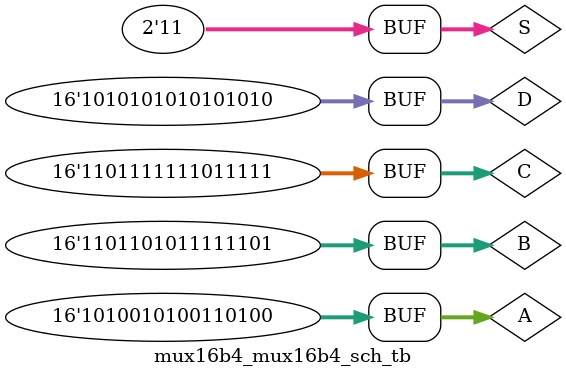
<source format=v>

`timescale 1ns / 1ps

module mux16b4_mux16b4_sch_tb();

// Inputs
   reg [15:0] A;
   reg [15:0] B;
   reg [15:0] C;
   reg [15:0] D;
   reg [1:0] S;

// Output
   wire [15:0] O;

// Bidirs

// Instantiate the UUT
   mux16b4 UUT (
		.A(A), 
		.B(B), 
		.C(C), 
		.D(D), 
		.O(O), 
		.S(S)
   );
// Initialize Inputs

      initial begin
		A = 0;
		B = 0;
		C = 0;
		D = 0;
		S = 0;

	
	#100;
	
	//Test A


	A='hA534;
	B='hDAFD;
	C='hDFDF;
	D='hAAAA;
	S=00;
	
	#40;
	
	if(O == 'hA534)
		$display("test A passes");
	else
		$display("test A fails");
	
//---------------------


	#100;
	
	//Test B


	A='hA534;
	B='hDAFD;
	C='hDFDF;
	D='hAAAA;
	S='h1;
	
	#40;
	
	if(O == 'hDAFD)
		$display("test B passes");
	else
		$display("test B fails");
	
//---------------------


	#100;
	
	//Test C


	A='hA534;
	B='hDAFD;
	C='hDFDF;
	D='hAAAA;
	S=2;
	
	#40;
	
	if(O == 'hDFDF)
		$display("test C passes");
	else
		$display("test C fails");
	
//---------------------


	#100;
	
	//Test D


	A='hA534;
	B='hDAFD;
	C='hDFDF;
	D='hAAAA;
	S=3;
	
	#40;
	
	if(O == 'hAAAA)
		$display("test D passes");
	else
		$display("test D fails");
	
//---------------------


	
	
	end

	
	
endmodule

</source>
